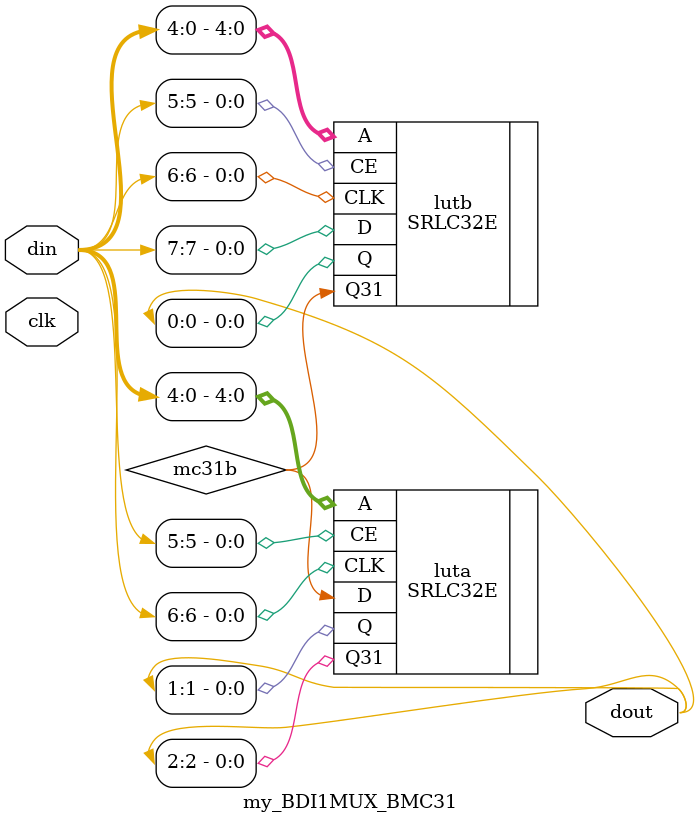
<source format=v>
/*
SLICEM at the following:
SLICE_XxY*
Where Y any value
x
    Always even (ie 100, 102, 104, etc)
    In our ROI
    x = 6, 8, 10, 12, 14

SRL16E: LOC + BEL
SRLC32E: LOC + BEL
RAM64X1S: LOCs but doesn't BEL
*/

module top(input clk, stb, di, output do);
	localparam integer DIN_N = 256;
	localparam integer DOUT_N = 256;

	reg [DIN_N-1:0] din;
	wire [DOUT_N-1:0] dout;

	reg [DIN_N-1:0] din_shr;
	reg [DOUT_N-1:0] dout_shr;

	always @(posedge clk) begin
		din_shr <= {din_shr, di};
		dout_shr <= {dout_shr, din_shr[DIN_N-1]};
		if (stb) begin
			din <= din_shr;
			dout_shr <= dout;
		end
	end

	assign do = dout_shr[DOUT_N-1];

	roi roi (
		.clk(clk),
		.din(din),
		.dout(dout)
	);
endmodule

module roi(input clk, input [255:0] din, output [255:0] dout);
`define ALL1
`ifdef ALL1
    //ok
    my_NDI1MUX_NMC31 #(.LOC("SLICE_X6Y100"))
            my_NDI1MUX_NMC31(.clk(clk), .din(din[  0 +: 8]), .dout(dout[  0 +: 8]));
    /*
    //Can't find a valid solution
    my_NDI1MUX_NDI1 #(.LOC("SLICE_X6Y101"))
            my_NDI1MUX_NDI1(.clk(clk), .din(din[  8 +: 32]), .dout(dout[  8 +: 8]));
    */
    my_NDI1MUX_NI #(.LOC("SLICE_X6Y102"))
            my_NDI1MUX_NI(.clk(clk), .din(din[  40 +: 8]), .dout(dout[  40 +: 8]));
`endif

`define SINGLE1
`ifdef SINGLE1
    //ok
    my_BDI1MUX_AI #(.LOC("SLICE_X8Y100"), .BEL("A6LUT"))
            my_BDI1MUX_AI(.clk(clk), .din(din[  64 +: 8]), .dout(dout[  64 +: 8]));
    /*
    //bad
    my_BDI1MUX_BDI1 #(.LOC("SLICE_X8Y101"), .BELO("C6LUT"), .BELI("A6LUT"))
            my_BDI1MUX_BDI1(.clk(clk), .din(din[  72 +: 8]), .dout(dout[  72 +: 8]));
    */
    //ok
    my_BDI1MUX_BMC31 #(.LOC("SLICE_X8Y102"), .BELO("B6LUT"), .BELI("A6LUT"))
            my_BDI1MUX_BMC31(.clk(clk), .din(din[  80 +: 8]), .dout(dout[  80 +: 8]));
`endif
endmodule


/****************************************************************************
Tries to set all three muxes at once
****************************************************************************/

module my_NDI1MUX_NMC31 (input clk, input [7:0] din, output [7:0] dout);
    parameter LOC = "SLICE_X6Y100";
    wire [3:0] q31;

    (* LOC=LOC, BEL="D6LUT" *)
    SRLC32E #(
            .INIT(32'h00000000),
            .IS_CLK_INVERTED(1'b0)
        ) lutd (
            .Q(dout[0]),
            .Q31(q31[3]),
            .A(din[4:0]),
            .CE(din[5]),
            .CLK(din[6]),
            .D(din[7]));
    (* LOC=LOC, BEL="C6LUT" *)
    SRLC32E #(
            .INIT(32'h00000000),
            .IS_CLK_INVERTED(1'b0)
        ) lutc (
            .Q(dout[1]),
            .Q31(q31[2]),
            .A(din[4:0]),
            .CE(din[5]),
            .CLK(din[6]),
            //.D(din[7]));
            .D(q31[3]));
    (* LOC=LOC, BEL="B6LUT" *)
    SRLC32E #(
            .INIT(32'h00000000),
            .IS_CLK_INVERTED(1'b0)
        ) lutb (
            .Q(dout[2]),
            .Q31(q31[1]),
            .A(din[4:0]),
            .CE(din[5]),
            .CLK(din[6]),
            //.D(din[7]));
            .D(q31[2]));
    (* LOC=LOC, BEL="A6LUT" *)
    SRLC32E #(
            .INIT(32'h00000000),
            .IS_CLK_INVERTED(1'b0)
        ) luta (
            .Q(dout[3]),
            .Q31(q31[0]),
            .A(din[4:0]),
            .CE(din[5]),
            .CLK(din[6]),
            //.D(din[7]));
            .D(q31[1]));
endmodule

/*
//Cannot loc instance 'roi/my_NDI1MUX_NDI1/lutc' at site SLICE_X6Y100,
//Bel does not match with the valid locations at which this inst can be placed

module my_NDI1MUX_NDI1 (input clk, input [31:0] din, output [7:0] dout);
    parameter LOC = "SLICE_X6Y100";
    wire [3:0] q31;

    (* LOC=LOC, BEL="D6LUT" *)
    SRLC32E #(
            .INIT(32'h00000000),
            .IS_CLK_INVERTED(1'b0)
        ) lutd (
            .Q(dout[0]),
            .Q31(q31[3]),
            .A(din[4:0]),
            .CE(din[5]),
            .CLK(din[6]),
            .D(din[7]));
    (* LOC=LOC, BEL="C6LUT" *)
    SRLC32E #(
            .INIT(32'h00000000),
            .IS_CLK_INVERTED(1'b0)
        ) lutc (
            .Q(dout[1]),
            .Q31(q31[2]),
            .A(din[12:8]),
            .CE(din[5]),
            .CLK(din[6]),
            .D(din[15]));
    (* LOC=LOC, BEL="B6LUT" *)
    SRLC32E #(
            .INIT(32'h00000000),
            .IS_CLK_INVERTED(1'b0)
        ) lutb (
            .Q(dout[2]),
            .Q31(q31[1]),
            .A(din[20:16]),
            .CE(din[5]),
            .CLK(din[6]),
            //.D(din[23]));
            .D(q31[2]));
    (* LOC=LOC, BEL="A6LUT" *)
    SRLC32E #(
            .INIT(32'h00000000),
            .IS_CLK_INVERTED(1'b0)
        ) luta (
            .Q(dout[3]),
            .Q31(q31[0]),
            .A(din[28:24]),
            .CE(din[5]),
            .CLK(din[6]),
            //.D(din[31]));
            .D(q31[2]));
endmodule
*/


module my_NDI1MUX_NI (input clk, input [7:0] din, output [7:0] dout);
    parameter LOC = "SLICE_X6Y100";

    (* LOC=LOC, BEL="D6LUT" *)
    SRLC32E #(
            .INIT(32'h00000000),
            .IS_CLK_INVERTED(1'b0)
        ) lutd (
            .Q(dout[0]),
            .Q31(),
            .A(din[4:0]),
            .CE(din[5]),
            .CLK(din[6]),
            .D(din[7]));
    (* LOC=LOC, BEL="C6LUT" *)
    SRLC32E #(
            .INIT(32'h00000000),
            .IS_CLK_INVERTED(1'b0)
        ) lutc (
            .Q(dout[1]),
            .Q31(),
            .A(din[4:0]),
            .CE(din[5]),
            .CLK(din[6]),
            .D(din[7]));
    (* LOC=LOC, BEL="B6LUT" *)
    SRLC32E #(
            .INIT(32'h00000000),
            .IS_CLK_INVERTED(1'b0)
        ) lutb (
            .Q(dout[2]),
            .Q31(),
            .A(din[4:0]),
            .CE(din[5]),
            .CLK(din[6]),
            .D(din[7]));
    (* LOC=LOC, BEL="A6LUT" *)
    SRLC32E #(
            .INIT(32'h00000000),
            .IS_CLK_INVERTED(1'b0)
        ) luta (
            .Q(dout[3]),
            .Q31(),
            .A(din[4:0]),
            .CE(din[5]),
            .CLK(din[6]),
            .D(din[7]));
endmodule

/****************************************************************************
Individual mux tests
****************************************************************************/

module my_BDI1MUX_AI (input clk, input [7:0] din, output [7:0] dout);
    parameter LOC = "";
    parameter BEL="A6LUT";

    wire mc31c;

    (* LOC=LOC, BEL=BEL *)
    SRLC32E #(
            .INIT(32'h00000000),
            .IS_CLK_INVERTED(1'b0)
        ) lut (
            .Q(dout[0]),
            .Q31(mc31c),
            .A(din[4:0]),
            .CE(din[5]),
            .CLK(din[6]),
            .D(din[7]));
endmodule

module my_BDI1MUX_BDI1 (input clk, input [7:0] din, output [7:0] dout);
    parameter LOC = "";
    parameter BELO="C6LUT";
    parameter BELI="A6LUT";

    wire mc31c;
    //wire da = din[6];

    (* LOC=LOC, BEL=BELO *)
    SRLC32E #(
            .INIT(32'h00000000),
            .IS_CLK_INVERTED(1'b0)
        ) lutb (
            .Q(dout[0]),
            .Q31(mc31c),
            .A(din[4:0]),
            .CE(din[5]),
            .CLK(din[6]),
            .D(din[7]));
    (* LOC=LOC, BEL=BELI *)
    SRLC32E #(
            .INIT(32'h00000000),
            .IS_CLK_INVERTED(1'b0)
        ) luta (
            .Q(dout[1]),
            .Q31(dout[2]),
            .A(din[4:0]),
            .CE(din[5]),
            .CLK(din[6]),
            .D(mc31c));
endmodule

//ok
module my_BDI1MUX_BMC31 (input clk, input [7:0] din, output [7:0] dout);
    parameter LOC = "";
    parameter BELO="B6LUT";
    parameter BELI="A6LUT";

    wire mc31b;

    (* LOC=LOC, BEL=BELO *)
    SRLC32E #(
            .INIT(32'h00000000),
            .IS_CLK_INVERTED(1'b0)
        ) lutb (
            .Q(dout[0]),
            .Q31(mc31b),
            .A(din[4:0]),
            .CE(din[5]),
            .CLK(din[6]),
            .D(din[7]));
    (* LOC=LOC, BEL=BELI *)
    SRLC32E #(
            .INIT(32'h00000000),
            .IS_CLK_INVERTED(1'b0)
        ) luta (
            .Q(dout[1]),
            .Q31(dout[2]),
            .A(din[4:0]),
            .CE(din[5]),
            .CLK(din[6]),
            .D(mc31b));

endmodule


</source>
